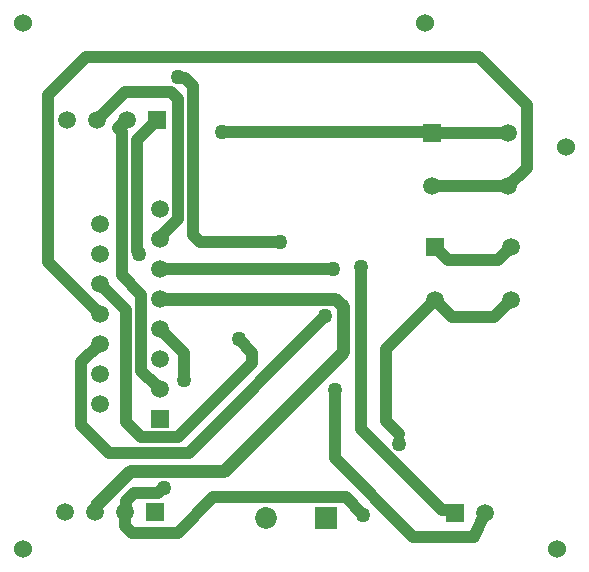
<source format=gbl>
G04*
G04 #@! TF.GenerationSoftware,Altium Limited,Altium Designer,21.6.4 (81)*
G04*
G04 Layer_Physical_Order=2*
G04 Layer_Color=16711680*
%FSAX44Y44*%
%MOMM*%
G71*
G04*
G04 #@! TF.SameCoordinates,DC76A47B-B506-48B7-9AA2-343420C74FD4*
G04*
G04*
G04 #@! TF.FilePolarity,Positive*
G04*
G01*
G75*
%ADD31C,1.0000*%
%ADD33C,1.5240*%
%ADD34R,1.5000X1.5000*%
%ADD35C,1.5000*%
%ADD36C,1.5200*%
%ADD37R,1.5200X1.5200*%
%ADD38R,1.8500X1.8500*%
%ADD39C,1.8500*%
%ADD40C,1.2700*%
%ADD41C,1.1000*%
D31*
X00157970Y00662380D02*
X00273220Y00777630D01*
X00273440D01*
X00090222Y00662380D02*
X00157970D01*
X00136429Y00631960D02*
X00137160D01*
X00132357Y00627888D02*
X00136429Y00631960D01*
X00112069Y00627888D02*
X00132357D01*
X00104140Y00612140D02*
X00105135Y00613135D01*
Y00620954D01*
X00112069Y00627888D01*
X00303530Y00682217D02*
X00372277Y00613470D01*
X00303530Y00682217D02*
Y00819150D01*
X00246380Y00792480D02*
X00246634Y00792734D01*
X00115696Y00830580D02*
Y00831311D01*
X00114346Y00927146D02*
X00130810Y00943610D01*
X00114346Y00832661D02*
X00115696Y00831311D01*
X00114346Y00832661D02*
Y00927146D01*
X00153670Y00723900D02*
Y00746760D01*
X00133350Y00767080D02*
X00153670Y00746760D01*
X00130810Y00715010D02*
Y00718820D01*
X00098552Y00936752D02*
X00101346Y00933958D01*
X00281686Y00657352D02*
Y00715518D01*
Y00657352D02*
X00347980Y00591058D01*
X00380940Y00613470D02*
X00383540Y00610870D01*
X00372277Y00613470D02*
X00380940D01*
X00200280Y00758350D02*
X00211905Y00746725D01*
X00200280Y00758350D02*
Y00758350D01*
X00211905Y00738441D02*
Y00746725D01*
X00148844Y00675380D02*
X00211905Y00738441D01*
X00363740Y00933090D02*
X00428740D01*
X00363740Y00888090D02*
X00428740D01*
X00155159Y00979109D02*
X00161850Y00972418D01*
X00152697Y00979109D02*
X00155159D01*
X00152496Y00979310D02*
X00152697Y00979109D01*
X00151317Y00979310D02*
X00152496D01*
X00149967Y00980660D02*
X00151317Y00979310D01*
X00149237Y00980660D02*
X00149967D01*
X00161850Y00846598D02*
Y00972418D01*
X00080010Y00943610D02*
X00104140Y00967740D01*
X00148850Y00875100D02*
Y00961882D01*
X00104140Y00967740D02*
X00142992D01*
X00148850Y00961882D01*
X00038862Y00965200D02*
X00070912Y00997250D01*
X00403560D01*
X00444246Y00956564D01*
X00148850Y00875100D02*
X00148850Y00875100D01*
Y00860133D02*
Y00875100D01*
X00161850Y00846598D02*
X00167708Y00840740D01*
X00235458D01*
X00133350Y00844633D02*
X00148850Y00860133D01*
X00133350Y00843280D02*
Y00844633D01*
X00361240Y00933895D02*
X00363740Y00933090D01*
X00186241Y00933895D02*
X00361240D01*
X00324866Y00689305D02*
Y00750156D01*
Y00689305D02*
X00335969Y00678202D01*
X00324866Y00750156D02*
X00366280Y00791570D01*
X00380610Y00777240D02*
X00416950D01*
X00366280Y00791570D02*
X00380610Y00777240D01*
X00416950D02*
X00431280Y00791570D01*
X00420210Y00825500D02*
X00431280Y00836570D01*
X00366280D02*
X00377350Y00825500D01*
X00420210D01*
X00104140Y00612140D02*
X00104433Y00611847D01*
Y00600472D02*
Y00611847D01*
X00110291Y00594614D02*
X00148590D01*
X00104433Y00600472D02*
X00110291Y00594614D01*
X00133350Y00817880D02*
X00280190D01*
X00347980Y00591058D02*
X00399796D01*
X00408940Y00610870D01*
X00098552Y00936752D02*
X00105410Y00943610D01*
X00101346Y00812286D02*
Y00933958D01*
Y00812286D02*
X00117850Y00795782D01*
Y00731780D02*
Y00795782D01*
Y00731780D02*
X00130810Y00718820D01*
X00066802Y00685800D02*
X00090222Y00662380D01*
X00066802Y00685800D02*
Y00738632D01*
X00082550Y00754380D01*
X00148590Y00594614D02*
X00178308Y00624332D01*
X00291084D01*
X00305816Y00609600D01*
X00117856Y00675380D02*
X00148844D01*
X00104850Y00688386D02*
X00117856Y00675380D01*
X00104850Y00688386D02*
Y00782880D01*
X00082550Y00805180D02*
X00104850Y00782880D01*
X00038862Y00823468D02*
X00082550Y00779780D01*
X00038862Y00823468D02*
Y00965200D01*
X00444246Y00903596D02*
Y00956564D01*
X00428740Y00888090D02*
X00444246Y00903596D01*
D33*
X00477520Y00920750D02*
D03*
X00017780Y01026160D02*
D03*
X00469900Y00580390D02*
D03*
X00017780D02*
D03*
X00358140Y01026160D02*
D03*
D34*
X00363740Y00933090D02*
D03*
X00366280Y00836570D02*
D03*
X00133350Y00690880D02*
D03*
D35*
X00363740Y00888090D02*
D03*
X00428740D02*
D03*
Y00933090D02*
D03*
X00366280Y00791570D02*
D03*
X00431280D02*
D03*
Y00836570D02*
D03*
X00082550Y00703580D02*
D03*
X00133350Y00716280D02*
D03*
X00082550Y00728980D02*
D03*
X00133350Y00741680D02*
D03*
X00082550Y00754380D02*
D03*
X00133350Y00767080D02*
D03*
X00082550Y00779780D02*
D03*
X00133350Y00792480D02*
D03*
X00082550Y00805180D02*
D03*
X00133350Y00817880D02*
D03*
X00082550Y00830580D02*
D03*
X00133350Y00843280D02*
D03*
X00082550Y00855980D02*
D03*
X00133350Y00868680D02*
D03*
D36*
X00053340Y00612140D02*
D03*
X00078740D02*
D03*
X00104140D02*
D03*
X00054610Y00943610D02*
D03*
X00080010D02*
D03*
X00105410D02*
D03*
X00408940Y00610870D02*
D03*
D37*
X00129540Y00612140D02*
D03*
X00130810Y00943610D02*
D03*
X00383540Y00610870D02*
D03*
D38*
X00274320Y00607060D02*
D03*
D39*
X00223520D02*
D03*
D40*
X00273440Y00777630D02*
D03*
X00137160Y00631960D02*
D03*
X00115696Y00830580D02*
D03*
X00153670Y00723900D02*
D03*
X00303530Y00819150D02*
D03*
X00336486Y00669555D02*
D03*
X00200280Y00758350D02*
D03*
X00186241Y00933895D02*
D03*
X00280190Y00817880D02*
D03*
X00235458Y00840740D02*
D03*
X00281686Y00715518D02*
D03*
X00149237Y00980660D02*
D03*
X00305816Y00609600D02*
D03*
D41*
X00246380Y00792480D02*
X00281846D01*
X00288290Y00747522D02*
Y00786036D01*
X00281846Y00792480D02*
X00288290Y00786036D01*
X00079544Y00618024D02*
X00108330Y00646810D01*
X00079544Y00612944D02*
Y00618024D01*
X00108330Y00646810D02*
X00187578D01*
X00078740Y00612140D02*
X00079544Y00612944D01*
X00187578Y00646810D02*
X00288290Y00747522D01*
X00133350Y00792480D02*
X00246380D01*
M02*

</source>
